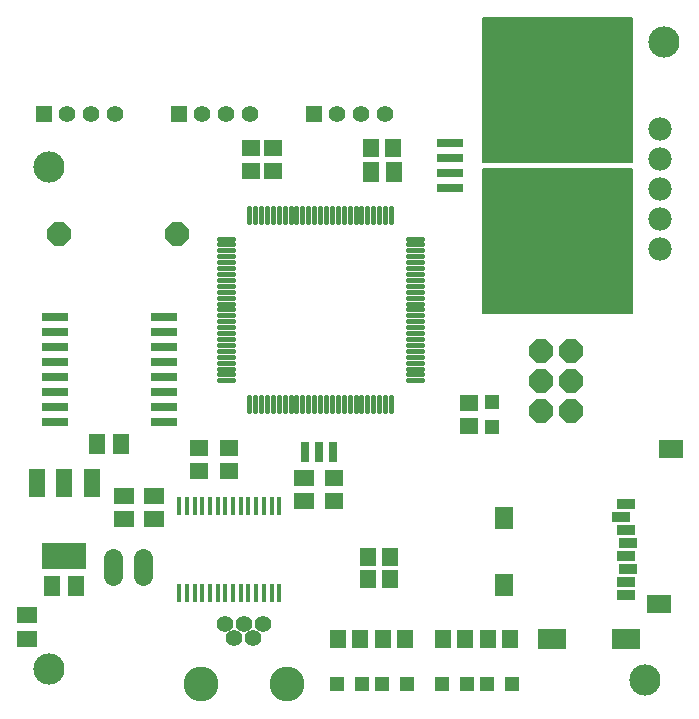
<source format=gts>
G75*
%MOIN*%
%OFA0B0*%
%FSLAX24Y24*%
%IPPOS*%
%LPD*%
%AMOC8*
5,1,8,0,0,1.08239X$1,22.5*
%
%ADD10C,0.0050*%
%ADD11C,0.1040*%
%ADD12R,0.0670X0.0552*%
%ADD13R,0.0552X0.0631*%
%ADD14R,0.0552X0.0670*%
%ADD15R,0.0906X0.0276*%
%ADD16C,0.0158*%
%ADD17R,0.0512X0.0512*%
%ADD18OC8,0.0800*%
%ADD19OC8,0.0780*%
%ADD20R,0.0177X0.0590*%
%ADD21R,0.0631X0.0552*%
%ADD22C,0.0555*%
%ADD23C,0.1162*%
%ADD24R,0.0520X0.0920*%
%ADD25R,0.1457X0.0906*%
%ADD26R,0.0591X0.0749*%
%ADD27R,0.0788X0.0591*%
%ADD28R,0.0631X0.0355*%
%ADD29R,0.0555X0.0555*%
%ADD30R,0.0316X0.0709*%
%ADD31C,0.3583*%
%ADD32R,0.0946X0.0670*%
%ADD33C,0.0780*%
%ADD34R,0.0910X0.0280*%
%ADD35C,0.0640*%
D10*
X021275Y019386D02*
X021275Y024189D01*
X026249Y024189D01*
X026249Y019386D01*
X021275Y019386D01*
X021275Y019420D02*
X026249Y019420D01*
X026249Y019468D02*
X021275Y019468D01*
X021275Y019517D02*
X026249Y019517D01*
X026249Y019565D02*
X021275Y019565D01*
X021275Y019614D02*
X026249Y019614D01*
X026249Y019662D02*
X021275Y019662D01*
X021275Y019711D02*
X026249Y019711D01*
X026249Y019759D02*
X021275Y019759D01*
X021275Y019808D02*
X026249Y019808D01*
X026249Y019856D02*
X021275Y019856D01*
X021275Y019905D02*
X026249Y019905D01*
X026249Y019953D02*
X021275Y019953D01*
X021275Y020002D02*
X026249Y020002D01*
X026249Y020050D02*
X021275Y020050D01*
X021275Y020099D02*
X026249Y020099D01*
X026249Y020147D02*
X021275Y020147D01*
X021275Y020196D02*
X026249Y020196D01*
X026249Y020244D02*
X021275Y020244D01*
X021275Y020293D02*
X026249Y020293D01*
X026249Y020341D02*
X021275Y020341D01*
X021275Y020390D02*
X026249Y020390D01*
X026249Y020438D02*
X021275Y020438D01*
X021275Y020487D02*
X026249Y020487D01*
X026249Y020535D02*
X021275Y020535D01*
X021275Y020584D02*
X026249Y020584D01*
X026249Y020632D02*
X021275Y020632D01*
X021275Y020681D02*
X026249Y020681D01*
X026249Y020729D02*
X021275Y020729D01*
X021275Y020778D02*
X026249Y020778D01*
X026249Y020826D02*
X021275Y020826D01*
X021275Y020875D02*
X026249Y020875D01*
X026249Y020923D02*
X021275Y020923D01*
X021275Y020972D02*
X026249Y020972D01*
X026249Y021020D02*
X021275Y021020D01*
X021275Y021069D02*
X026249Y021069D01*
X026249Y021117D02*
X021275Y021117D01*
X021275Y021166D02*
X026249Y021166D01*
X026249Y021214D02*
X021275Y021214D01*
X021275Y021263D02*
X026249Y021263D01*
X026249Y021311D02*
X021275Y021311D01*
X021275Y021360D02*
X026249Y021360D01*
X026249Y021408D02*
X021275Y021408D01*
X021275Y021457D02*
X026249Y021457D01*
X026249Y021505D02*
X021275Y021505D01*
X021275Y021554D02*
X026249Y021554D01*
X026249Y021602D02*
X021275Y021602D01*
X021275Y021651D02*
X026249Y021651D01*
X026249Y021699D02*
X021275Y021699D01*
X021275Y021748D02*
X026249Y021748D01*
X026249Y021796D02*
X021275Y021796D01*
X021275Y021845D02*
X026249Y021845D01*
X026249Y021893D02*
X021275Y021893D01*
X021275Y021942D02*
X026249Y021942D01*
X026249Y021990D02*
X021275Y021990D01*
X021275Y022039D02*
X026249Y022039D01*
X026249Y022087D02*
X021275Y022087D01*
X021275Y022136D02*
X026249Y022136D01*
X026249Y022184D02*
X021275Y022184D01*
X021275Y022233D02*
X026249Y022233D01*
X026249Y022281D02*
X021275Y022281D01*
X021275Y022330D02*
X026249Y022330D01*
X026249Y022378D02*
X021275Y022378D01*
X021275Y022427D02*
X026249Y022427D01*
X026249Y022475D02*
X021275Y022475D01*
X021275Y022524D02*
X026249Y022524D01*
X026249Y022572D02*
X021275Y022572D01*
X021275Y022621D02*
X026249Y022621D01*
X026249Y022669D02*
X021275Y022669D01*
X021275Y022718D02*
X026249Y022718D01*
X026249Y022766D02*
X021275Y022766D01*
X021275Y022815D02*
X026249Y022815D01*
X026249Y022863D02*
X021275Y022863D01*
X021275Y022912D02*
X026249Y022912D01*
X026249Y022960D02*
X021275Y022960D01*
X021275Y023009D02*
X026249Y023009D01*
X026249Y023057D02*
X021275Y023057D01*
X021275Y023106D02*
X026249Y023106D01*
X026249Y023154D02*
X021275Y023154D01*
X021275Y023203D02*
X026249Y023203D01*
X026249Y023251D02*
X021275Y023251D01*
X021275Y023300D02*
X026249Y023300D01*
X026249Y023348D02*
X021275Y023348D01*
X021275Y023397D02*
X026249Y023397D01*
X026249Y023445D02*
X021275Y023445D01*
X021275Y023494D02*
X026249Y023494D01*
X026249Y023542D02*
X021275Y023542D01*
X021275Y023591D02*
X026249Y023591D01*
X026249Y023639D02*
X021275Y023639D01*
X021275Y023688D02*
X026249Y023688D01*
X026249Y023736D02*
X021275Y023736D01*
X021275Y023785D02*
X026249Y023785D01*
X026249Y023833D02*
X021275Y023833D01*
X021275Y023882D02*
X026249Y023882D01*
X026249Y023930D02*
X021275Y023930D01*
X021275Y023979D02*
X026249Y023979D01*
X026249Y024027D02*
X021275Y024027D01*
X021275Y024076D02*
X026249Y024076D01*
X026249Y024124D02*
X021275Y024124D01*
X021275Y024173D02*
X026249Y024173D01*
X026249Y024425D02*
X021275Y024425D01*
X021275Y029228D01*
X026249Y029228D01*
X026249Y024425D01*
X026249Y024464D02*
X021275Y024464D01*
X021275Y024512D02*
X026249Y024512D01*
X026249Y024561D02*
X021275Y024561D01*
X021275Y024609D02*
X026249Y024609D01*
X026249Y024658D02*
X021275Y024658D01*
X021275Y024706D02*
X026249Y024706D01*
X026249Y024755D02*
X021275Y024755D01*
X021275Y024803D02*
X026249Y024803D01*
X026249Y024852D02*
X021275Y024852D01*
X021275Y024900D02*
X026249Y024900D01*
X026249Y024949D02*
X021275Y024949D01*
X021275Y024997D02*
X026249Y024997D01*
X026249Y025046D02*
X021275Y025046D01*
X021275Y025094D02*
X026249Y025094D01*
X026249Y025143D02*
X021275Y025143D01*
X021275Y025191D02*
X026249Y025191D01*
X026249Y025240D02*
X021275Y025240D01*
X021275Y025288D02*
X026249Y025288D01*
X026249Y025337D02*
X021275Y025337D01*
X021275Y025385D02*
X026249Y025385D01*
X026249Y025434D02*
X021275Y025434D01*
X021275Y025482D02*
X026249Y025482D01*
X026249Y025531D02*
X021275Y025531D01*
X021275Y025579D02*
X026249Y025579D01*
X026249Y025628D02*
X021275Y025628D01*
X021275Y025676D02*
X026249Y025676D01*
X026249Y025725D02*
X021275Y025725D01*
X021275Y025773D02*
X026249Y025773D01*
X026249Y025822D02*
X021275Y025822D01*
X021275Y025870D02*
X026249Y025870D01*
X026249Y025919D02*
X021275Y025919D01*
X021275Y025967D02*
X026249Y025967D01*
X026249Y026016D02*
X021275Y026016D01*
X021275Y026064D02*
X026249Y026064D01*
X026249Y026113D02*
X021275Y026113D01*
X021275Y026161D02*
X026249Y026161D01*
X026249Y026210D02*
X021275Y026210D01*
X021275Y026258D02*
X026249Y026258D01*
X026249Y026307D02*
X021275Y026307D01*
X021275Y026355D02*
X026249Y026355D01*
X026249Y026404D02*
X021275Y026404D01*
X021275Y026452D02*
X026249Y026452D01*
X026249Y026501D02*
X021275Y026501D01*
X021275Y026549D02*
X026249Y026549D01*
X026249Y026598D02*
X021275Y026598D01*
X021275Y026646D02*
X026249Y026646D01*
X026249Y026695D02*
X021275Y026695D01*
X021275Y026743D02*
X026249Y026743D01*
X026249Y026792D02*
X021275Y026792D01*
X021275Y026840D02*
X026249Y026840D01*
X026249Y026889D02*
X021275Y026889D01*
X021275Y026937D02*
X026249Y026937D01*
X026249Y026986D02*
X021275Y026986D01*
X021275Y027034D02*
X026249Y027034D01*
X026249Y027083D02*
X021275Y027083D01*
X021275Y027131D02*
X026249Y027131D01*
X026249Y027180D02*
X021275Y027180D01*
X021275Y027228D02*
X026249Y027228D01*
X026249Y027277D02*
X021275Y027277D01*
X021275Y027325D02*
X026249Y027325D01*
X026249Y027374D02*
X021275Y027374D01*
X021275Y027422D02*
X026249Y027422D01*
X026249Y027471D02*
X021275Y027471D01*
X021275Y027519D02*
X026249Y027519D01*
X026249Y027568D02*
X021275Y027568D01*
X021275Y027616D02*
X026249Y027616D01*
X026249Y027665D02*
X021275Y027665D01*
X021275Y027713D02*
X026249Y027713D01*
X026249Y027762D02*
X021275Y027762D01*
X021275Y027810D02*
X026249Y027810D01*
X026249Y027859D02*
X021275Y027859D01*
X021275Y027907D02*
X026249Y027907D01*
X026249Y027956D02*
X021275Y027956D01*
X021275Y028004D02*
X026249Y028004D01*
X026249Y028053D02*
X021275Y028053D01*
X021275Y028101D02*
X026249Y028101D01*
X026249Y028150D02*
X021275Y028150D01*
X021275Y028198D02*
X026249Y028198D01*
X026249Y028247D02*
X021275Y028247D01*
X021275Y028295D02*
X026249Y028295D01*
X026249Y028344D02*
X021275Y028344D01*
X021275Y028392D02*
X026249Y028392D01*
X026249Y028441D02*
X021275Y028441D01*
X021275Y028489D02*
X026249Y028489D01*
X026249Y028538D02*
X021275Y028538D01*
X021275Y028586D02*
X026249Y028586D01*
X026249Y028635D02*
X021275Y028635D01*
X021275Y028683D02*
X026249Y028683D01*
X026249Y028732D02*
X021275Y028732D01*
X021275Y028780D02*
X026249Y028780D01*
X026249Y028829D02*
X021275Y028829D01*
X021275Y028877D02*
X026249Y028877D01*
X026249Y028926D02*
X021275Y028926D01*
X021275Y028974D02*
X026249Y028974D01*
X026249Y029023D02*
X021275Y029023D01*
X021275Y029071D02*
X026249Y029071D01*
X026249Y029120D02*
X021275Y029120D01*
X021275Y029168D02*
X026249Y029168D01*
X026249Y029217D02*
X021275Y029217D01*
D11*
X006833Y007500D03*
X006833Y024236D03*
X026683Y007150D03*
X027312Y028417D03*
D12*
X015333Y013894D03*
X015333Y013106D03*
X010333Y013287D03*
X010333Y012500D03*
X009333Y012500D03*
X009333Y013287D03*
X006081Y009315D03*
X006081Y008528D03*
D13*
X016459Y008500D03*
X017207Y008500D03*
X017959Y008500D03*
X018707Y008500D03*
X019959Y008500D03*
X020707Y008500D03*
X021459Y008500D03*
X022207Y008500D03*
X018207Y010500D03*
X017459Y010500D03*
X017459Y011250D03*
X018207Y011250D03*
X018294Y024870D03*
X017546Y024870D03*
D14*
X017550Y024083D03*
X018337Y024083D03*
X009227Y015000D03*
X008440Y015000D03*
X007723Y010287D03*
X006936Y010287D03*
D15*
X007022Y015750D03*
X007022Y016250D03*
X007022Y016750D03*
X007022Y017250D03*
X007022Y017750D03*
X007022Y018250D03*
X007022Y018750D03*
X007022Y019250D03*
X010644Y019250D03*
X010644Y018750D03*
X010644Y018250D03*
X010644Y017750D03*
X010644Y017250D03*
X010644Y016750D03*
X010644Y016250D03*
X010644Y015750D03*
D16*
X012475Y017138D02*
X012947Y017138D01*
X012947Y017335D02*
X012475Y017335D01*
X012475Y017531D02*
X012947Y017531D01*
X012947Y017728D02*
X012475Y017728D01*
X012475Y017925D02*
X012947Y017925D01*
X012947Y018122D02*
X012475Y018122D01*
X012475Y018319D02*
X012947Y018319D01*
X012947Y018516D02*
X012475Y018516D01*
X012475Y018713D02*
X012947Y018713D01*
X012947Y018909D02*
X012475Y018909D01*
X012475Y019106D02*
X012947Y019106D01*
X012947Y019303D02*
X012475Y019303D01*
X012475Y019500D02*
X012947Y019500D01*
X012947Y019697D02*
X012475Y019697D01*
X012475Y019894D02*
X012947Y019894D01*
X012947Y020091D02*
X012475Y020091D01*
X012475Y020287D02*
X012947Y020287D01*
X012947Y020484D02*
X012475Y020484D01*
X012475Y020681D02*
X012947Y020681D01*
X012947Y020878D02*
X012475Y020878D01*
X012475Y021075D02*
X012947Y021075D01*
X012947Y021272D02*
X012475Y021272D01*
X012475Y021469D02*
X012947Y021469D01*
X012947Y021665D02*
X012475Y021665D01*
X012475Y021862D02*
X012947Y021862D01*
X013499Y022414D02*
X013499Y022886D01*
X013696Y022886D02*
X013696Y022414D01*
X013892Y022414D02*
X013892Y022886D01*
X014089Y022886D02*
X014089Y022414D01*
X014286Y022414D02*
X014286Y022886D01*
X014483Y022886D02*
X014483Y022414D01*
X014680Y022414D02*
X014680Y022886D01*
X014877Y022886D02*
X014877Y022414D01*
X015073Y022414D02*
X015073Y022886D01*
X015270Y022886D02*
X015270Y022414D01*
X015467Y022414D02*
X015467Y022886D01*
X015664Y022886D02*
X015664Y022414D01*
X015861Y022414D02*
X015861Y022886D01*
X016058Y022886D02*
X016058Y022414D01*
X016255Y022414D02*
X016255Y022886D01*
X016451Y022886D02*
X016451Y022414D01*
X016648Y022414D02*
X016648Y022886D01*
X016845Y022886D02*
X016845Y022414D01*
X017042Y022414D02*
X017042Y022886D01*
X017239Y022886D02*
X017239Y022414D01*
X017436Y022414D02*
X017436Y022886D01*
X017633Y022886D02*
X017633Y022414D01*
X017829Y022414D02*
X017829Y022886D01*
X018026Y022886D02*
X018026Y022414D01*
X018223Y022414D02*
X018223Y022886D01*
X018774Y021862D02*
X019246Y021862D01*
X019246Y021665D02*
X018774Y021665D01*
X018774Y021469D02*
X019246Y021469D01*
X019246Y021272D02*
X018774Y021272D01*
X018774Y021075D02*
X019246Y021075D01*
X019246Y020878D02*
X018774Y020878D01*
X018774Y020681D02*
X019246Y020681D01*
X019246Y020484D02*
X018774Y020484D01*
X018774Y020287D02*
X019246Y020287D01*
X019246Y020091D02*
X018774Y020091D01*
X018774Y019894D02*
X019246Y019894D01*
X019246Y019697D02*
X018774Y019697D01*
X018774Y019500D02*
X019246Y019500D01*
X019246Y019303D02*
X018774Y019303D01*
X018774Y019106D02*
X019246Y019106D01*
X019246Y018909D02*
X018774Y018909D01*
X018774Y018713D02*
X019246Y018713D01*
X019246Y018516D02*
X018774Y018516D01*
X018774Y018319D02*
X019246Y018319D01*
X019246Y018122D02*
X018774Y018122D01*
X018774Y017925D02*
X019246Y017925D01*
X019246Y017728D02*
X018774Y017728D01*
X018774Y017531D02*
X019246Y017531D01*
X019246Y017335D02*
X018774Y017335D01*
X018774Y017138D02*
X019246Y017138D01*
X018223Y016586D02*
X018223Y016114D01*
X018026Y016114D02*
X018026Y016586D01*
X017829Y016586D02*
X017829Y016114D01*
X017633Y016114D02*
X017633Y016586D01*
X017436Y016586D02*
X017436Y016114D01*
X017239Y016114D02*
X017239Y016586D01*
X017042Y016586D02*
X017042Y016114D01*
X016845Y016114D02*
X016845Y016586D01*
X016648Y016586D02*
X016648Y016114D01*
X016451Y016114D02*
X016451Y016586D01*
X016255Y016586D02*
X016255Y016114D01*
X016058Y016114D02*
X016058Y016586D01*
X015861Y016586D02*
X015861Y016114D01*
X015664Y016114D02*
X015664Y016586D01*
X015467Y016586D02*
X015467Y016114D01*
X015270Y016114D02*
X015270Y016586D01*
X015073Y016586D02*
X015073Y016114D01*
X014877Y016114D02*
X014877Y016586D01*
X014680Y016586D02*
X014680Y016114D01*
X014483Y016114D02*
X014483Y016586D01*
X014286Y016586D02*
X014286Y016114D01*
X014089Y016114D02*
X014089Y016586D01*
X013892Y016586D02*
X013892Y016114D01*
X013696Y016114D02*
X013696Y016586D01*
X013499Y016586D02*
X013499Y016114D01*
D17*
X021597Y016413D03*
X021597Y015587D03*
X021420Y007000D03*
X020747Y007000D03*
X019920Y007000D03*
X018747Y007000D03*
X017920Y007000D03*
X017247Y007000D03*
X016420Y007000D03*
X022247Y007000D03*
D18*
X011093Y022000D03*
X007156Y022000D03*
D19*
X023233Y018100D03*
X024233Y018100D03*
X024233Y017100D03*
X023233Y017100D03*
X023233Y016100D03*
X024233Y016100D03*
D20*
X014497Y012939D03*
X014241Y012939D03*
X013985Y012939D03*
X013729Y012939D03*
X013473Y012939D03*
X013217Y012939D03*
X012961Y012939D03*
X012705Y012939D03*
X012449Y012939D03*
X012194Y012939D03*
X011938Y012939D03*
X011682Y012939D03*
X011426Y012939D03*
X011170Y012939D03*
X011170Y010061D03*
X011426Y010061D03*
X011682Y010061D03*
X011938Y010061D03*
X012194Y010061D03*
X012449Y010061D03*
X012705Y010061D03*
X012961Y010061D03*
X013217Y010061D03*
X013473Y010061D03*
X013729Y010061D03*
X013985Y010061D03*
X014241Y010061D03*
X014497Y010061D03*
D21*
X016333Y013126D03*
X016333Y013874D03*
X012833Y014126D03*
X011833Y014126D03*
X011833Y014874D03*
X012833Y014874D03*
X020833Y015626D03*
X020833Y016374D03*
X014295Y024126D03*
X013552Y024126D03*
X013552Y024874D03*
X014295Y024874D03*
D22*
X013514Y026000D03*
X012727Y026000D03*
X011940Y026000D03*
X009014Y026000D03*
X008227Y026000D03*
X007440Y026000D03*
X016440Y026000D03*
X017227Y026000D03*
X018014Y026000D03*
X013948Y009008D03*
X013633Y008535D03*
X013318Y009008D03*
X013003Y008535D03*
X012688Y009008D03*
D23*
X011881Y007000D03*
X014755Y007000D03*
D24*
X008243Y013720D03*
X007333Y013720D03*
X006423Y013720D03*
D25*
X007333Y011280D03*
D26*
X021991Y010307D03*
X021991Y012551D03*
D27*
X027168Y009677D03*
X027562Y014854D03*
D28*
X026046Y013020D03*
X025888Y012587D03*
X026046Y012154D03*
X026125Y011720D03*
X026046Y011287D03*
X026125Y010854D03*
X026046Y010421D03*
X026046Y009988D03*
D29*
X015652Y026000D03*
X011152Y026000D03*
X006652Y026000D03*
D30*
X015361Y014750D03*
X015833Y014750D03*
X016306Y014750D03*
D31*
X024231Y021354D03*
X024231Y027260D03*
D32*
X023593Y008500D03*
X026073Y008500D03*
D33*
X027183Y021500D03*
X027183Y022500D03*
X027183Y023500D03*
X027183Y024500D03*
X027183Y025500D03*
D34*
X022257Y025053D03*
X022257Y024553D03*
X022257Y024053D03*
X022257Y023553D03*
X020197Y023553D03*
X020197Y024053D03*
X020197Y024553D03*
X020197Y025053D03*
D35*
X009967Y011221D02*
X009967Y010621D01*
X008967Y010621D02*
X008967Y011221D01*
M02*

</source>
